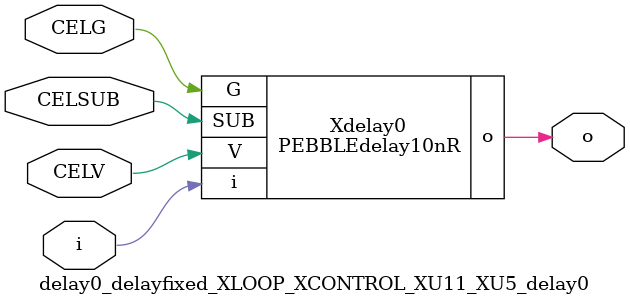
<source format=v>



module PEBBLEdelay10nR ( o, V, G, i, SUB );

  input V;
  input i;
  input G;
  output o;
  input SUB;
endmodule

//Celera Confidential Do Not Copy delay0_delayfixed_XLOOP_XCONTROL_XU11_XU5_delay0
//TYPE: fixed 10ns
module delay0_delayfixed_XLOOP_XCONTROL_XU11_XU5_delay0 (i, CELV, o,
CELG,CELSUB);
input CELV;
input i;
output o;
input CELSUB;
input CELG;

//Celera Confidential Do Not Copy delayfast0
PEBBLEdelay10nR Xdelay0(
.V (CELV),
.i (i),
.o (o),
.G (CELG),
.SUB (CELSUB)
);
//,diesize,PEBBLEdelay10nR

//Celera Confidential Do Not Copy Module End
//Celera Schematic Generator
endmodule

</source>
